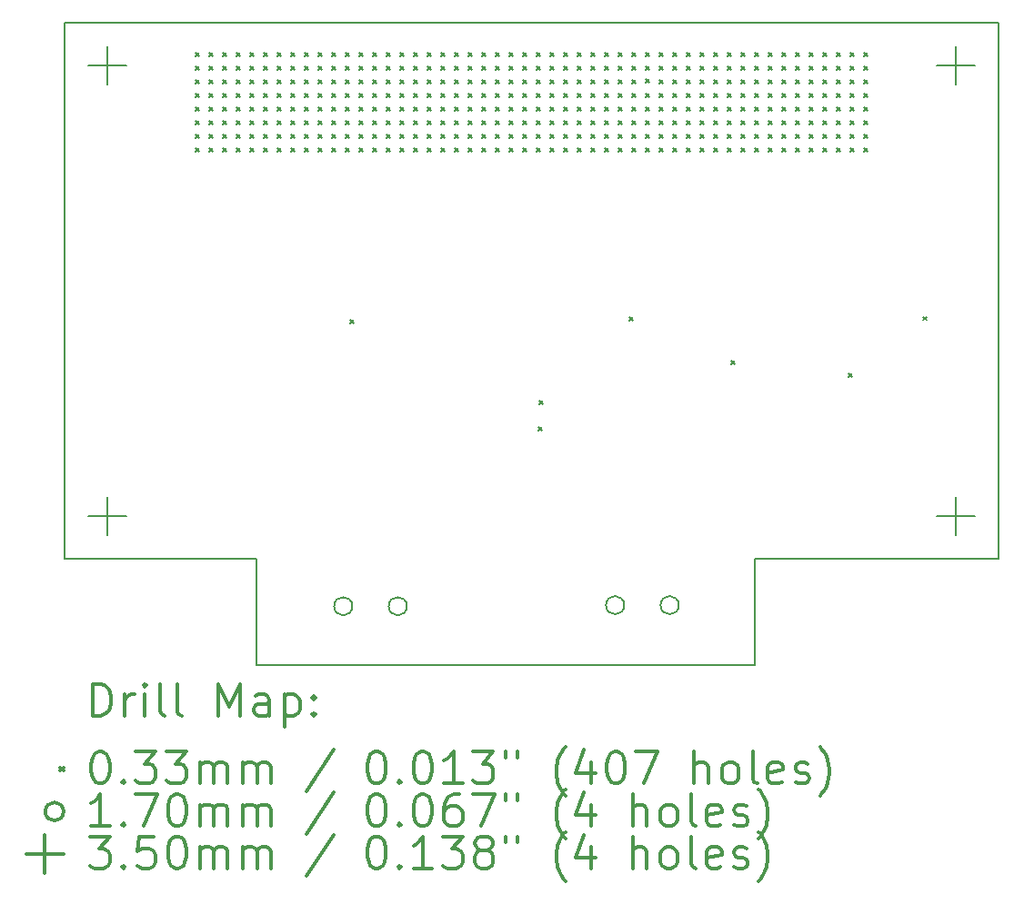
<source format=gbr>
%FSLAX45Y45*%
G04 Gerber Fmt 4.5, Leading zero omitted, Abs format (unit mm)*
G04 Created by KiCad (PCBNEW 4.0.7) date Fri Jan 12 23:49:57 2018*
%MOMM*%
%LPD*%
G01*
G04 APERTURE LIST*
%ADD10C,0.127000*%
%ADD11C,0.150000*%
%ADD12C,0.200000*%
%ADD13C,0.300000*%
G04 APERTURE END LIST*
D10*
D11*
X7435000Y-14260000D02*
X5650000Y-14260000D01*
X7435000Y-15250000D02*
X7435000Y-14260000D01*
X12075000Y-15250000D02*
X7435000Y-15250000D01*
X12075000Y-14260000D02*
X12075000Y-15250000D01*
X14350000Y-14260000D02*
X12075000Y-14260000D01*
X14350000Y-9260000D02*
X14350000Y-14260000D01*
X14349984Y-9260078D02*
X5649976Y-9260078D01*
X5650000Y-9260000D02*
X5650000Y-14260000D01*
D12*
X6871990Y-9538990D02*
X6905010Y-9572010D01*
X6905010Y-9538990D02*
X6871990Y-9572010D01*
X6871990Y-9665990D02*
X6905010Y-9699010D01*
X6905010Y-9665990D02*
X6871990Y-9699010D01*
X6871990Y-9792990D02*
X6905010Y-9826010D01*
X6905010Y-9792990D02*
X6871990Y-9826010D01*
X6871990Y-9919990D02*
X6905010Y-9953010D01*
X6905010Y-9919990D02*
X6871990Y-9953010D01*
X6871990Y-10046990D02*
X6905010Y-10080010D01*
X6905010Y-10046990D02*
X6871990Y-10080010D01*
X6871990Y-10173990D02*
X6905010Y-10207010D01*
X6905010Y-10173990D02*
X6871990Y-10207010D01*
X6871990Y-10300990D02*
X6905010Y-10334010D01*
X6905010Y-10300990D02*
X6871990Y-10334010D01*
X6871990Y-10427990D02*
X6905010Y-10461010D01*
X6905010Y-10427990D02*
X6871990Y-10461010D01*
X6998990Y-9538990D02*
X7032010Y-9572010D01*
X7032010Y-9538990D02*
X6998990Y-9572010D01*
X6998990Y-9665990D02*
X7032010Y-9699010D01*
X7032010Y-9665990D02*
X6998990Y-9699010D01*
X6998990Y-9792990D02*
X7032010Y-9826010D01*
X7032010Y-9792990D02*
X6998990Y-9826010D01*
X6998990Y-9919990D02*
X7032010Y-9953010D01*
X7032010Y-9919990D02*
X6998990Y-9953010D01*
X6998990Y-10046990D02*
X7032010Y-10080010D01*
X7032010Y-10046990D02*
X6998990Y-10080010D01*
X6998990Y-10173990D02*
X7032010Y-10207010D01*
X7032010Y-10173990D02*
X6998990Y-10207010D01*
X6998990Y-10300990D02*
X7032010Y-10334010D01*
X7032010Y-10300990D02*
X6998990Y-10334010D01*
X6998990Y-10427990D02*
X7032010Y-10461010D01*
X7032010Y-10427990D02*
X6998990Y-10461010D01*
X7125990Y-9538990D02*
X7159010Y-9572010D01*
X7159010Y-9538990D02*
X7125990Y-9572010D01*
X7125990Y-9665990D02*
X7159010Y-9699010D01*
X7159010Y-9665990D02*
X7125990Y-9699010D01*
X7125990Y-9792990D02*
X7159010Y-9826010D01*
X7159010Y-9792990D02*
X7125990Y-9826010D01*
X7125990Y-9919990D02*
X7159010Y-9953010D01*
X7159010Y-9919990D02*
X7125990Y-9953010D01*
X7125990Y-10046990D02*
X7159010Y-10080010D01*
X7159010Y-10046990D02*
X7125990Y-10080010D01*
X7125990Y-10173990D02*
X7159010Y-10207010D01*
X7159010Y-10173990D02*
X7125990Y-10207010D01*
X7125990Y-10300990D02*
X7159010Y-10334010D01*
X7159010Y-10300990D02*
X7125990Y-10334010D01*
X7125990Y-10427990D02*
X7159010Y-10461010D01*
X7159010Y-10427990D02*
X7125990Y-10461010D01*
X7252990Y-9538990D02*
X7286010Y-9572010D01*
X7286010Y-9538990D02*
X7252990Y-9572010D01*
X7252990Y-9665990D02*
X7286010Y-9699010D01*
X7286010Y-9665990D02*
X7252990Y-9699010D01*
X7252990Y-9792990D02*
X7286010Y-9826010D01*
X7286010Y-9792990D02*
X7252990Y-9826010D01*
X7252990Y-9919990D02*
X7286010Y-9953010D01*
X7286010Y-9919990D02*
X7252990Y-9953010D01*
X7252990Y-10046990D02*
X7286010Y-10080010D01*
X7286010Y-10046990D02*
X7252990Y-10080010D01*
X7252990Y-10173990D02*
X7286010Y-10207010D01*
X7286010Y-10173990D02*
X7252990Y-10207010D01*
X7252990Y-10300990D02*
X7286010Y-10334010D01*
X7286010Y-10300990D02*
X7252990Y-10334010D01*
X7252990Y-10427990D02*
X7286010Y-10461010D01*
X7286010Y-10427990D02*
X7252990Y-10461010D01*
X7379990Y-9538990D02*
X7413010Y-9572010D01*
X7413010Y-9538990D02*
X7379990Y-9572010D01*
X7379990Y-9665990D02*
X7413010Y-9699010D01*
X7413010Y-9665990D02*
X7379990Y-9699010D01*
X7379990Y-9792990D02*
X7413010Y-9826010D01*
X7413010Y-9792990D02*
X7379990Y-9826010D01*
X7379990Y-9919990D02*
X7413010Y-9953010D01*
X7413010Y-9919990D02*
X7379990Y-9953010D01*
X7379990Y-10046990D02*
X7413010Y-10080010D01*
X7413010Y-10046990D02*
X7379990Y-10080010D01*
X7379990Y-10173990D02*
X7413010Y-10207010D01*
X7413010Y-10173990D02*
X7379990Y-10207010D01*
X7379990Y-10300990D02*
X7413010Y-10334010D01*
X7413010Y-10300990D02*
X7379990Y-10334010D01*
X7379990Y-10427990D02*
X7413010Y-10461010D01*
X7413010Y-10427990D02*
X7379990Y-10461010D01*
X7506990Y-9538990D02*
X7540010Y-9572010D01*
X7540010Y-9538990D02*
X7506990Y-9572010D01*
X7506990Y-9665990D02*
X7540010Y-9699010D01*
X7540010Y-9665990D02*
X7506990Y-9699010D01*
X7506990Y-9792990D02*
X7540010Y-9826010D01*
X7540010Y-9792990D02*
X7506990Y-9826010D01*
X7506990Y-9919990D02*
X7540010Y-9953010D01*
X7540010Y-9919990D02*
X7506990Y-9953010D01*
X7506990Y-10046990D02*
X7540010Y-10080010D01*
X7540010Y-10046990D02*
X7506990Y-10080010D01*
X7506990Y-10173990D02*
X7540010Y-10207010D01*
X7540010Y-10173990D02*
X7506990Y-10207010D01*
X7506990Y-10300990D02*
X7540010Y-10334010D01*
X7540010Y-10300990D02*
X7506990Y-10334010D01*
X7506990Y-10427990D02*
X7540010Y-10461010D01*
X7540010Y-10427990D02*
X7506990Y-10461010D01*
X7633990Y-9538990D02*
X7667010Y-9572010D01*
X7667010Y-9538990D02*
X7633990Y-9572010D01*
X7633990Y-9665990D02*
X7667010Y-9699010D01*
X7667010Y-9665990D02*
X7633990Y-9699010D01*
X7633990Y-9792990D02*
X7667010Y-9826010D01*
X7667010Y-9792990D02*
X7633990Y-9826010D01*
X7633990Y-9919990D02*
X7667010Y-9953010D01*
X7667010Y-9919990D02*
X7633990Y-9953010D01*
X7633990Y-10046990D02*
X7667010Y-10080010D01*
X7667010Y-10046990D02*
X7633990Y-10080010D01*
X7633990Y-10173990D02*
X7667010Y-10207010D01*
X7667010Y-10173990D02*
X7633990Y-10207010D01*
X7633990Y-10300990D02*
X7667010Y-10334010D01*
X7667010Y-10300990D02*
X7633990Y-10334010D01*
X7633990Y-10427990D02*
X7667010Y-10461010D01*
X7667010Y-10427990D02*
X7633990Y-10461010D01*
X7760990Y-9538990D02*
X7794010Y-9572010D01*
X7794010Y-9538990D02*
X7760990Y-9572010D01*
X7760990Y-9665990D02*
X7794010Y-9699010D01*
X7794010Y-9665990D02*
X7760990Y-9699010D01*
X7760990Y-9792990D02*
X7794010Y-9826010D01*
X7794010Y-9792990D02*
X7760990Y-9826010D01*
X7760990Y-9919990D02*
X7794010Y-9953010D01*
X7794010Y-9919990D02*
X7760990Y-9953010D01*
X7760990Y-10046990D02*
X7794010Y-10080010D01*
X7794010Y-10046990D02*
X7760990Y-10080010D01*
X7760990Y-10173990D02*
X7794010Y-10207010D01*
X7794010Y-10173990D02*
X7760990Y-10207010D01*
X7760990Y-10300990D02*
X7794010Y-10334010D01*
X7794010Y-10300990D02*
X7760990Y-10334010D01*
X7760990Y-10427990D02*
X7794010Y-10461010D01*
X7794010Y-10427990D02*
X7760990Y-10461010D01*
X7887990Y-9538990D02*
X7921010Y-9572010D01*
X7921010Y-9538990D02*
X7887990Y-9572010D01*
X7887990Y-9665990D02*
X7921010Y-9699010D01*
X7921010Y-9665990D02*
X7887990Y-9699010D01*
X7887990Y-9792990D02*
X7921010Y-9826010D01*
X7921010Y-9792990D02*
X7887990Y-9826010D01*
X7887990Y-9919990D02*
X7921010Y-9953010D01*
X7921010Y-9919990D02*
X7887990Y-9953010D01*
X7887990Y-10046990D02*
X7921010Y-10080010D01*
X7921010Y-10046990D02*
X7887990Y-10080010D01*
X7887990Y-10173990D02*
X7921010Y-10207010D01*
X7921010Y-10173990D02*
X7887990Y-10207010D01*
X7887990Y-10300990D02*
X7921010Y-10334010D01*
X7921010Y-10300990D02*
X7887990Y-10334010D01*
X7887990Y-10427990D02*
X7921010Y-10461010D01*
X7921010Y-10427990D02*
X7887990Y-10461010D01*
X8014990Y-9538990D02*
X8048010Y-9572010D01*
X8048010Y-9538990D02*
X8014990Y-9572010D01*
X8014990Y-9665990D02*
X8048010Y-9699010D01*
X8048010Y-9665990D02*
X8014990Y-9699010D01*
X8014990Y-9792990D02*
X8048010Y-9826010D01*
X8048010Y-9792990D02*
X8014990Y-9826010D01*
X8014990Y-9919990D02*
X8048010Y-9953010D01*
X8048010Y-9919990D02*
X8014990Y-9953010D01*
X8014990Y-10046990D02*
X8048010Y-10080010D01*
X8048010Y-10046990D02*
X8014990Y-10080010D01*
X8014990Y-10173990D02*
X8048010Y-10207010D01*
X8048010Y-10173990D02*
X8014990Y-10207010D01*
X8014990Y-10300990D02*
X8048010Y-10334010D01*
X8048010Y-10300990D02*
X8014990Y-10334010D01*
X8014990Y-10427990D02*
X8048010Y-10461010D01*
X8048010Y-10427990D02*
X8014990Y-10461010D01*
X8141990Y-9538990D02*
X8175010Y-9572010D01*
X8175010Y-9538990D02*
X8141990Y-9572010D01*
X8141990Y-9665990D02*
X8175010Y-9699010D01*
X8175010Y-9665990D02*
X8141990Y-9699010D01*
X8141990Y-9792990D02*
X8175010Y-9826010D01*
X8175010Y-9792990D02*
X8141990Y-9826010D01*
X8141990Y-9919990D02*
X8175010Y-9953010D01*
X8175010Y-9919990D02*
X8141990Y-9953010D01*
X8141990Y-10046990D02*
X8175010Y-10080010D01*
X8175010Y-10046990D02*
X8141990Y-10080010D01*
X8141990Y-10173990D02*
X8175010Y-10207010D01*
X8175010Y-10173990D02*
X8141990Y-10207010D01*
X8141990Y-10300990D02*
X8175010Y-10334010D01*
X8175010Y-10300990D02*
X8141990Y-10334010D01*
X8141990Y-10427990D02*
X8175010Y-10461010D01*
X8175010Y-10427990D02*
X8141990Y-10461010D01*
X8268990Y-9538990D02*
X8302010Y-9572010D01*
X8302010Y-9538990D02*
X8268990Y-9572010D01*
X8268990Y-9665990D02*
X8302010Y-9699010D01*
X8302010Y-9665990D02*
X8268990Y-9699010D01*
X8268990Y-9792990D02*
X8302010Y-9826010D01*
X8302010Y-9792990D02*
X8268990Y-9826010D01*
X8268990Y-9919990D02*
X8302010Y-9953010D01*
X8302010Y-9919990D02*
X8268990Y-9953010D01*
X8268990Y-10046990D02*
X8302010Y-10080010D01*
X8302010Y-10046990D02*
X8268990Y-10080010D01*
X8268990Y-10173990D02*
X8302010Y-10207010D01*
X8302010Y-10173990D02*
X8268990Y-10207010D01*
X8268990Y-10300990D02*
X8302010Y-10334010D01*
X8302010Y-10300990D02*
X8268990Y-10334010D01*
X8268990Y-10427990D02*
X8302010Y-10461010D01*
X8302010Y-10427990D02*
X8268990Y-10461010D01*
X8308490Y-12033490D02*
X8341510Y-12066510D01*
X8341510Y-12033490D02*
X8308490Y-12066510D01*
X8395990Y-9538990D02*
X8429010Y-9572010D01*
X8429010Y-9538990D02*
X8395990Y-9572010D01*
X8395990Y-9665990D02*
X8429010Y-9699010D01*
X8429010Y-9665990D02*
X8395990Y-9699010D01*
X8395990Y-9792990D02*
X8429010Y-9826010D01*
X8429010Y-9792990D02*
X8395990Y-9826010D01*
X8395990Y-9919990D02*
X8429010Y-9953010D01*
X8429010Y-9919990D02*
X8395990Y-9953010D01*
X8395990Y-10046990D02*
X8429010Y-10080010D01*
X8429010Y-10046990D02*
X8395990Y-10080010D01*
X8395990Y-10173990D02*
X8429010Y-10207010D01*
X8429010Y-10173990D02*
X8395990Y-10207010D01*
X8395990Y-10300990D02*
X8429010Y-10334010D01*
X8429010Y-10300990D02*
X8395990Y-10334010D01*
X8395990Y-10427990D02*
X8429010Y-10461010D01*
X8429010Y-10427990D02*
X8395990Y-10461010D01*
X8522990Y-9538990D02*
X8556010Y-9572010D01*
X8556010Y-9538990D02*
X8522990Y-9572010D01*
X8522990Y-9665990D02*
X8556010Y-9699010D01*
X8556010Y-9665990D02*
X8522990Y-9699010D01*
X8522990Y-9792990D02*
X8556010Y-9826010D01*
X8556010Y-9792990D02*
X8522990Y-9826010D01*
X8522990Y-9919990D02*
X8556010Y-9953010D01*
X8556010Y-9919990D02*
X8522990Y-9953010D01*
X8522990Y-10046990D02*
X8556010Y-10080010D01*
X8556010Y-10046990D02*
X8522990Y-10080010D01*
X8522990Y-10173990D02*
X8556010Y-10207010D01*
X8556010Y-10173990D02*
X8522990Y-10207010D01*
X8522990Y-10300990D02*
X8556010Y-10334010D01*
X8556010Y-10300990D02*
X8522990Y-10334010D01*
X8522990Y-10427990D02*
X8556010Y-10461010D01*
X8556010Y-10427990D02*
X8522990Y-10461010D01*
X8649990Y-9538990D02*
X8683010Y-9572010D01*
X8683010Y-9538990D02*
X8649990Y-9572010D01*
X8649990Y-9665990D02*
X8683010Y-9699010D01*
X8683010Y-9665990D02*
X8649990Y-9699010D01*
X8649990Y-9792990D02*
X8683010Y-9826010D01*
X8683010Y-9792990D02*
X8649990Y-9826010D01*
X8649990Y-9919990D02*
X8683010Y-9953010D01*
X8683010Y-9919990D02*
X8649990Y-9953010D01*
X8649990Y-10046990D02*
X8683010Y-10080010D01*
X8683010Y-10046990D02*
X8649990Y-10080010D01*
X8649990Y-10173990D02*
X8683010Y-10207010D01*
X8683010Y-10173990D02*
X8649990Y-10207010D01*
X8649990Y-10300990D02*
X8683010Y-10334010D01*
X8683010Y-10300990D02*
X8649990Y-10334010D01*
X8649990Y-10427990D02*
X8683010Y-10461010D01*
X8683010Y-10427990D02*
X8649990Y-10461010D01*
X8776990Y-9538990D02*
X8810010Y-9572010D01*
X8810010Y-9538990D02*
X8776990Y-9572010D01*
X8776990Y-9665990D02*
X8810010Y-9699010D01*
X8810010Y-9665990D02*
X8776990Y-9699010D01*
X8776990Y-9792990D02*
X8810010Y-9826010D01*
X8810010Y-9792990D02*
X8776990Y-9826010D01*
X8776990Y-9919990D02*
X8810010Y-9953010D01*
X8810010Y-9919990D02*
X8776990Y-9953010D01*
X8776990Y-10046990D02*
X8810010Y-10080010D01*
X8810010Y-10046990D02*
X8776990Y-10080010D01*
X8776990Y-10173990D02*
X8810010Y-10207010D01*
X8810010Y-10173990D02*
X8776990Y-10207010D01*
X8776990Y-10300990D02*
X8810010Y-10334010D01*
X8810010Y-10300990D02*
X8776990Y-10334010D01*
X8776990Y-10427990D02*
X8810010Y-10461010D01*
X8810010Y-10427990D02*
X8776990Y-10461010D01*
X8903990Y-9538990D02*
X8937010Y-9572010D01*
X8937010Y-9538990D02*
X8903990Y-9572010D01*
X8903990Y-9665990D02*
X8937010Y-9699010D01*
X8937010Y-9665990D02*
X8903990Y-9699010D01*
X8903990Y-9792990D02*
X8937010Y-9826010D01*
X8937010Y-9792990D02*
X8903990Y-9826010D01*
X8903990Y-9919990D02*
X8937010Y-9953010D01*
X8937010Y-9919990D02*
X8903990Y-9953010D01*
X8903990Y-10046990D02*
X8937010Y-10080010D01*
X8937010Y-10046990D02*
X8903990Y-10080010D01*
X8903990Y-10173990D02*
X8937010Y-10207010D01*
X8937010Y-10173990D02*
X8903990Y-10207010D01*
X8903990Y-10300990D02*
X8937010Y-10334010D01*
X8937010Y-10300990D02*
X8903990Y-10334010D01*
X8903990Y-10427990D02*
X8937010Y-10461010D01*
X8937010Y-10427990D02*
X8903990Y-10461010D01*
X9030990Y-9538990D02*
X9064010Y-9572010D01*
X9064010Y-9538990D02*
X9030990Y-9572010D01*
X9030990Y-9665990D02*
X9064010Y-9699010D01*
X9064010Y-9665990D02*
X9030990Y-9699010D01*
X9030990Y-9792990D02*
X9064010Y-9826010D01*
X9064010Y-9792990D02*
X9030990Y-9826010D01*
X9030990Y-9919990D02*
X9064010Y-9953010D01*
X9064010Y-9919990D02*
X9030990Y-9953010D01*
X9030990Y-10046990D02*
X9064010Y-10080010D01*
X9064010Y-10046990D02*
X9030990Y-10080010D01*
X9030990Y-10173990D02*
X9064010Y-10207010D01*
X9064010Y-10173990D02*
X9030990Y-10207010D01*
X9030990Y-10300990D02*
X9064010Y-10334010D01*
X9064010Y-10300990D02*
X9030990Y-10334010D01*
X9030990Y-10427990D02*
X9064010Y-10461010D01*
X9064010Y-10427990D02*
X9030990Y-10461010D01*
X9157990Y-9538990D02*
X9191010Y-9572010D01*
X9191010Y-9538990D02*
X9157990Y-9572010D01*
X9157990Y-9665990D02*
X9191010Y-9699010D01*
X9191010Y-9665990D02*
X9157990Y-9699010D01*
X9157990Y-9792990D02*
X9191010Y-9826010D01*
X9191010Y-9792990D02*
X9157990Y-9826010D01*
X9157990Y-9919990D02*
X9191010Y-9953010D01*
X9191010Y-9919990D02*
X9157990Y-9953010D01*
X9157990Y-10046990D02*
X9191010Y-10080010D01*
X9191010Y-10046990D02*
X9157990Y-10080010D01*
X9157990Y-10173990D02*
X9191010Y-10207010D01*
X9191010Y-10173990D02*
X9157990Y-10207010D01*
X9157990Y-10300990D02*
X9191010Y-10334010D01*
X9191010Y-10300990D02*
X9157990Y-10334010D01*
X9157990Y-10427990D02*
X9191010Y-10461010D01*
X9191010Y-10427990D02*
X9157990Y-10461010D01*
X9284990Y-9538990D02*
X9318010Y-9572010D01*
X9318010Y-9538990D02*
X9284990Y-9572010D01*
X9284990Y-9665990D02*
X9318010Y-9699010D01*
X9318010Y-9665990D02*
X9284990Y-9699010D01*
X9284990Y-9792990D02*
X9318010Y-9826010D01*
X9318010Y-9792990D02*
X9284990Y-9826010D01*
X9284990Y-9919990D02*
X9318010Y-9953010D01*
X9318010Y-9919990D02*
X9284990Y-9953010D01*
X9284990Y-10046990D02*
X9318010Y-10080010D01*
X9318010Y-10046990D02*
X9284990Y-10080010D01*
X9284990Y-10173990D02*
X9318010Y-10207010D01*
X9318010Y-10173990D02*
X9284990Y-10207010D01*
X9284990Y-10300990D02*
X9318010Y-10334010D01*
X9318010Y-10300990D02*
X9284990Y-10334010D01*
X9284990Y-10427990D02*
X9318010Y-10461010D01*
X9318010Y-10427990D02*
X9284990Y-10461010D01*
X9411990Y-9538990D02*
X9445010Y-9572010D01*
X9445010Y-9538990D02*
X9411990Y-9572010D01*
X9411990Y-9665990D02*
X9445010Y-9699010D01*
X9445010Y-9665990D02*
X9411990Y-9699010D01*
X9411990Y-9792990D02*
X9445010Y-9826010D01*
X9445010Y-9792990D02*
X9411990Y-9826010D01*
X9411990Y-9919990D02*
X9445010Y-9953010D01*
X9445010Y-9919990D02*
X9411990Y-9953010D01*
X9411990Y-10046990D02*
X9445010Y-10080010D01*
X9445010Y-10046990D02*
X9411990Y-10080010D01*
X9411990Y-10173990D02*
X9445010Y-10207010D01*
X9445010Y-10173990D02*
X9411990Y-10207010D01*
X9411990Y-10300990D02*
X9445010Y-10334010D01*
X9445010Y-10300990D02*
X9411990Y-10334010D01*
X9411990Y-10427990D02*
X9445010Y-10461010D01*
X9445010Y-10427990D02*
X9411990Y-10461010D01*
X9538990Y-9538990D02*
X9572010Y-9572010D01*
X9572010Y-9538990D02*
X9538990Y-9572010D01*
X9538990Y-9665990D02*
X9572010Y-9699010D01*
X9572010Y-9665990D02*
X9538990Y-9699010D01*
X9538990Y-9792990D02*
X9572010Y-9826010D01*
X9572010Y-9792990D02*
X9538990Y-9826010D01*
X9538990Y-9919990D02*
X9572010Y-9953010D01*
X9572010Y-9919990D02*
X9538990Y-9953010D01*
X9538990Y-10046990D02*
X9572010Y-10080010D01*
X9572010Y-10046990D02*
X9538990Y-10080010D01*
X9538990Y-10173990D02*
X9572010Y-10207010D01*
X9572010Y-10173990D02*
X9538990Y-10207010D01*
X9538990Y-10300990D02*
X9572010Y-10334010D01*
X9572010Y-10300990D02*
X9538990Y-10334010D01*
X9538990Y-10427990D02*
X9572010Y-10461010D01*
X9572010Y-10427990D02*
X9538990Y-10461010D01*
X9665990Y-9538990D02*
X9699010Y-9572010D01*
X9699010Y-9538990D02*
X9665990Y-9572010D01*
X9665990Y-9665990D02*
X9699010Y-9699010D01*
X9699010Y-9665990D02*
X9665990Y-9699010D01*
X9665990Y-9792990D02*
X9699010Y-9826010D01*
X9699010Y-9792990D02*
X9665990Y-9826010D01*
X9665990Y-9919990D02*
X9699010Y-9953010D01*
X9699010Y-9919990D02*
X9665990Y-9953010D01*
X9665990Y-10046990D02*
X9699010Y-10080010D01*
X9699010Y-10046990D02*
X9665990Y-10080010D01*
X9665990Y-10173990D02*
X9699010Y-10207010D01*
X9699010Y-10173990D02*
X9665990Y-10207010D01*
X9665990Y-10300990D02*
X9699010Y-10334010D01*
X9699010Y-10300990D02*
X9665990Y-10334010D01*
X9665990Y-10427990D02*
X9699010Y-10461010D01*
X9699010Y-10427990D02*
X9665990Y-10461010D01*
X9792990Y-9538990D02*
X9826010Y-9572010D01*
X9826010Y-9538990D02*
X9792990Y-9572010D01*
X9792990Y-9665990D02*
X9826010Y-9699010D01*
X9826010Y-9665990D02*
X9792990Y-9699010D01*
X9792990Y-9792990D02*
X9826010Y-9826010D01*
X9826010Y-9792990D02*
X9792990Y-9826010D01*
X9792990Y-9919990D02*
X9826010Y-9953010D01*
X9826010Y-9919990D02*
X9792990Y-9953010D01*
X9792990Y-10046990D02*
X9826010Y-10080010D01*
X9826010Y-10046990D02*
X9792990Y-10080010D01*
X9792990Y-10173990D02*
X9826010Y-10207010D01*
X9826010Y-10173990D02*
X9792990Y-10207010D01*
X9792990Y-10300990D02*
X9826010Y-10334010D01*
X9826010Y-10300990D02*
X9792990Y-10334010D01*
X9792990Y-10427990D02*
X9826010Y-10461010D01*
X9826010Y-10427990D02*
X9792990Y-10461010D01*
X9919990Y-9538990D02*
X9953010Y-9572010D01*
X9953010Y-9538990D02*
X9919990Y-9572010D01*
X9919990Y-9665990D02*
X9953010Y-9699010D01*
X9953010Y-9665990D02*
X9919990Y-9699010D01*
X9919990Y-9792990D02*
X9953010Y-9826010D01*
X9953010Y-9792990D02*
X9919990Y-9826010D01*
X9919990Y-9919990D02*
X9953010Y-9953010D01*
X9953010Y-9919990D02*
X9919990Y-9953010D01*
X9919990Y-10046990D02*
X9953010Y-10080010D01*
X9953010Y-10046990D02*
X9919990Y-10080010D01*
X9919990Y-10173990D02*
X9953010Y-10207010D01*
X9953010Y-10173990D02*
X9919990Y-10207010D01*
X9919990Y-10300990D02*
X9953010Y-10334010D01*
X9953010Y-10300990D02*
X9919990Y-10334010D01*
X9919990Y-10427990D02*
X9953010Y-10461010D01*
X9953010Y-10427990D02*
X9919990Y-10461010D01*
X10046990Y-9538990D02*
X10080010Y-9572010D01*
X10080010Y-9538990D02*
X10046990Y-9572010D01*
X10046990Y-9665990D02*
X10080010Y-9699010D01*
X10080010Y-9665990D02*
X10046990Y-9699010D01*
X10046990Y-9792990D02*
X10080010Y-9826010D01*
X10080010Y-9792990D02*
X10046990Y-9826010D01*
X10046990Y-9919990D02*
X10080010Y-9953010D01*
X10080010Y-9919990D02*
X10046990Y-9953010D01*
X10046990Y-10046990D02*
X10080010Y-10080010D01*
X10080010Y-10046990D02*
X10046990Y-10080010D01*
X10046990Y-10173990D02*
X10080010Y-10207010D01*
X10080010Y-10173990D02*
X10046990Y-10207010D01*
X10046990Y-10300990D02*
X10080010Y-10334010D01*
X10080010Y-10300990D02*
X10046990Y-10334010D01*
X10046990Y-10427990D02*
X10080010Y-10461010D01*
X10080010Y-10427990D02*
X10046990Y-10461010D01*
X10063490Y-13028490D02*
X10096510Y-13061510D01*
X10096510Y-13028490D02*
X10063490Y-13061510D01*
X10068490Y-12788490D02*
X10101510Y-12821510D01*
X10101510Y-12788490D02*
X10068490Y-12821510D01*
X10173990Y-9538990D02*
X10207010Y-9572010D01*
X10207010Y-9538990D02*
X10173990Y-9572010D01*
X10173990Y-9665990D02*
X10207010Y-9699010D01*
X10207010Y-9665990D02*
X10173990Y-9699010D01*
X10173990Y-9792990D02*
X10207010Y-9826010D01*
X10207010Y-9792990D02*
X10173990Y-9826010D01*
X10173990Y-9919990D02*
X10207010Y-9953010D01*
X10207010Y-9919990D02*
X10173990Y-9953010D01*
X10173990Y-10046990D02*
X10207010Y-10080010D01*
X10207010Y-10046990D02*
X10173990Y-10080010D01*
X10173990Y-10173990D02*
X10207010Y-10207010D01*
X10207010Y-10173990D02*
X10173990Y-10207010D01*
X10173990Y-10300990D02*
X10207010Y-10334010D01*
X10207010Y-10300990D02*
X10173990Y-10334010D01*
X10173990Y-10427990D02*
X10207010Y-10461010D01*
X10207010Y-10427990D02*
X10173990Y-10461010D01*
X10300990Y-9538990D02*
X10334010Y-9572010D01*
X10334010Y-9538990D02*
X10300990Y-9572010D01*
X10300990Y-9665990D02*
X10334010Y-9699010D01*
X10334010Y-9665990D02*
X10300990Y-9699010D01*
X10300990Y-9792990D02*
X10334010Y-9826010D01*
X10334010Y-9792990D02*
X10300990Y-9826010D01*
X10300990Y-9919990D02*
X10334010Y-9953010D01*
X10334010Y-9919990D02*
X10300990Y-9953010D01*
X10300990Y-10046990D02*
X10334010Y-10080010D01*
X10334010Y-10046990D02*
X10300990Y-10080010D01*
X10300990Y-10173990D02*
X10334010Y-10207010D01*
X10334010Y-10173990D02*
X10300990Y-10207010D01*
X10300990Y-10300990D02*
X10334010Y-10334010D01*
X10334010Y-10300990D02*
X10300990Y-10334010D01*
X10300990Y-10427990D02*
X10334010Y-10461010D01*
X10334010Y-10427990D02*
X10300990Y-10461010D01*
X10427990Y-9538990D02*
X10461010Y-9572010D01*
X10461010Y-9538990D02*
X10427990Y-9572010D01*
X10427990Y-9665990D02*
X10461010Y-9699010D01*
X10461010Y-9665990D02*
X10427990Y-9699010D01*
X10427990Y-9792990D02*
X10461010Y-9826010D01*
X10461010Y-9792990D02*
X10427990Y-9826010D01*
X10427990Y-9919990D02*
X10461010Y-9953010D01*
X10461010Y-9919990D02*
X10427990Y-9953010D01*
X10427990Y-10046990D02*
X10461010Y-10080010D01*
X10461010Y-10046990D02*
X10427990Y-10080010D01*
X10427990Y-10173990D02*
X10461010Y-10207010D01*
X10461010Y-10173990D02*
X10427990Y-10207010D01*
X10427990Y-10300990D02*
X10461010Y-10334010D01*
X10461010Y-10300990D02*
X10427990Y-10334010D01*
X10427990Y-10427990D02*
X10461010Y-10461010D01*
X10461010Y-10427990D02*
X10427990Y-10461010D01*
X10554990Y-9538990D02*
X10588010Y-9572010D01*
X10588010Y-9538990D02*
X10554990Y-9572010D01*
X10554990Y-9665990D02*
X10588010Y-9699010D01*
X10588010Y-9665990D02*
X10554990Y-9699010D01*
X10554990Y-9792990D02*
X10588010Y-9826010D01*
X10588010Y-9792990D02*
X10554990Y-9826010D01*
X10554990Y-9919990D02*
X10588010Y-9953010D01*
X10588010Y-9919990D02*
X10554990Y-9953010D01*
X10554990Y-10046990D02*
X10588010Y-10080010D01*
X10588010Y-10046990D02*
X10554990Y-10080010D01*
X10554990Y-10173990D02*
X10588010Y-10207010D01*
X10588010Y-10173990D02*
X10554990Y-10207010D01*
X10554990Y-10300990D02*
X10588010Y-10334010D01*
X10588010Y-10300990D02*
X10554990Y-10334010D01*
X10554990Y-10427990D02*
X10588010Y-10461010D01*
X10588010Y-10427990D02*
X10554990Y-10461010D01*
X10679699Y-10046990D02*
X10712719Y-10080010D01*
X10712719Y-10046990D02*
X10679699Y-10080010D01*
X10679699Y-10173990D02*
X10712719Y-10207010D01*
X10712719Y-10173990D02*
X10679699Y-10207010D01*
X10679699Y-10300990D02*
X10712719Y-10334010D01*
X10712719Y-10300990D02*
X10679699Y-10334010D01*
X10679699Y-10427990D02*
X10712719Y-10461010D01*
X10712719Y-10427990D02*
X10679699Y-10461010D01*
X10681990Y-9538990D02*
X10715010Y-9572010D01*
X10715010Y-9538990D02*
X10681990Y-9572010D01*
X10681990Y-9665990D02*
X10715010Y-9699010D01*
X10715010Y-9665990D02*
X10681990Y-9699010D01*
X10681990Y-9792990D02*
X10715010Y-9826010D01*
X10715010Y-9792990D02*
X10681990Y-9826010D01*
X10681990Y-9919990D02*
X10715010Y-9953010D01*
X10715010Y-9919990D02*
X10681990Y-9953010D01*
X10806699Y-10046990D02*
X10839719Y-10080010D01*
X10839719Y-10046990D02*
X10806699Y-10080010D01*
X10808990Y-9538990D02*
X10842010Y-9572010D01*
X10842010Y-9538990D02*
X10808990Y-9572010D01*
X10808990Y-9665990D02*
X10842010Y-9699010D01*
X10842010Y-9665990D02*
X10808990Y-9699010D01*
X10808990Y-9792990D02*
X10842010Y-9826010D01*
X10842010Y-9792990D02*
X10808990Y-9826010D01*
X10808990Y-9919990D02*
X10842010Y-9953010D01*
X10842010Y-9919990D02*
X10808990Y-9953010D01*
X10810721Y-10173990D02*
X10843741Y-10207010D01*
X10843741Y-10173990D02*
X10810721Y-10207010D01*
X10810721Y-10300990D02*
X10843741Y-10334010D01*
X10843741Y-10300990D02*
X10810721Y-10334010D01*
X10810721Y-10427990D02*
X10843741Y-10461010D01*
X10843741Y-10427990D02*
X10810721Y-10461010D01*
X10913490Y-12003490D02*
X10946510Y-12036510D01*
X10946510Y-12003490D02*
X10913490Y-12036510D01*
X10935990Y-9538990D02*
X10969010Y-9572010D01*
X10969010Y-9538990D02*
X10935990Y-9572010D01*
X10935990Y-9665990D02*
X10969010Y-9699010D01*
X10969010Y-9665990D02*
X10935990Y-9699010D01*
X10935990Y-9792990D02*
X10969010Y-9826010D01*
X10969010Y-9792990D02*
X10935990Y-9826010D01*
X10935990Y-9919990D02*
X10969010Y-9953010D01*
X10969010Y-9919990D02*
X10935990Y-9953010D01*
X10935990Y-10046990D02*
X10969010Y-10080010D01*
X10969010Y-10046990D02*
X10935990Y-10080010D01*
X10935990Y-10173990D02*
X10969010Y-10207010D01*
X10969010Y-10173990D02*
X10935990Y-10207010D01*
X10935990Y-10300990D02*
X10969010Y-10334010D01*
X10969010Y-10300990D02*
X10935990Y-10334010D01*
X10935990Y-10427990D02*
X10969010Y-10461010D01*
X10969010Y-10427990D02*
X10935990Y-10461010D01*
X11061259Y-9920032D02*
X11094279Y-9953052D01*
X11094279Y-9920032D02*
X11061259Y-9953052D01*
X11061259Y-10047674D02*
X11094279Y-10080694D01*
X11094279Y-10047674D02*
X11061259Y-10080694D01*
X11061259Y-10174503D02*
X11094279Y-10207523D01*
X11094279Y-10174503D02*
X11061259Y-10207523D01*
X11061259Y-10301394D02*
X11094279Y-10334414D01*
X11094279Y-10301394D02*
X11061259Y-10334414D01*
X11061259Y-10428663D02*
X11094279Y-10461683D01*
X11094279Y-10428663D02*
X11061259Y-10461683D01*
X11062990Y-9538990D02*
X11096010Y-9572010D01*
X11096010Y-9538990D02*
X11062990Y-9572010D01*
X11062990Y-9665990D02*
X11096010Y-9699010D01*
X11096010Y-9665990D02*
X11062990Y-9699010D01*
X11062990Y-9790699D02*
X11096010Y-9823719D01*
X11096010Y-9790699D02*
X11062990Y-9823719D01*
X11189990Y-9538990D02*
X11223010Y-9572010D01*
X11223010Y-9538990D02*
X11189990Y-9572010D01*
X11189990Y-9665990D02*
X11223010Y-9699010D01*
X11223010Y-9665990D02*
X11189990Y-9699010D01*
X11189990Y-9792990D02*
X11223010Y-9826010D01*
X11223010Y-9792990D02*
X11189990Y-9826010D01*
X11192281Y-9919990D02*
X11225301Y-9953010D01*
X11225301Y-9919990D02*
X11192281Y-9953010D01*
X11192281Y-10046990D02*
X11225301Y-10080010D01*
X11225301Y-10046990D02*
X11192281Y-10080010D01*
X11192281Y-10173990D02*
X11225301Y-10207010D01*
X11225301Y-10173990D02*
X11192281Y-10207010D01*
X11192281Y-10300990D02*
X11225301Y-10334010D01*
X11225301Y-10300990D02*
X11192281Y-10334010D01*
X11192281Y-10427990D02*
X11225301Y-10461010D01*
X11225301Y-10427990D02*
X11192281Y-10461010D01*
X11316990Y-9538990D02*
X11350010Y-9572010D01*
X11350010Y-9538990D02*
X11316990Y-9572010D01*
X11316990Y-9665990D02*
X11350010Y-9699010D01*
X11350010Y-9665990D02*
X11316990Y-9699010D01*
X11316990Y-9792990D02*
X11350010Y-9826010D01*
X11350010Y-9792990D02*
X11316990Y-9826010D01*
X11316990Y-9919990D02*
X11350010Y-9953010D01*
X11350010Y-9919990D02*
X11316990Y-9953010D01*
X11316990Y-10046990D02*
X11350010Y-10080010D01*
X11350010Y-10046990D02*
X11316990Y-10080010D01*
X11316990Y-10173990D02*
X11350010Y-10207010D01*
X11350010Y-10173990D02*
X11316990Y-10207010D01*
X11316990Y-10300990D02*
X11350010Y-10334010D01*
X11350010Y-10300990D02*
X11316990Y-10334010D01*
X11316990Y-10427990D02*
X11350010Y-10461010D01*
X11350010Y-10427990D02*
X11316990Y-10461010D01*
X11443990Y-9538990D02*
X11477010Y-9572010D01*
X11477010Y-9538990D02*
X11443990Y-9572010D01*
X11443990Y-9665990D02*
X11477010Y-9699010D01*
X11477010Y-9665990D02*
X11443990Y-9699010D01*
X11443990Y-9792990D02*
X11477010Y-9826010D01*
X11477010Y-9792990D02*
X11443990Y-9826010D01*
X11443990Y-9919990D02*
X11477010Y-9953010D01*
X11477010Y-9919990D02*
X11443990Y-9953010D01*
X11443990Y-10046990D02*
X11477010Y-10080010D01*
X11477010Y-10046990D02*
X11443990Y-10080010D01*
X11443990Y-10173990D02*
X11477010Y-10207010D01*
X11477010Y-10173990D02*
X11443990Y-10207010D01*
X11443990Y-10300990D02*
X11477010Y-10334010D01*
X11477010Y-10300990D02*
X11443990Y-10334010D01*
X11443990Y-10427990D02*
X11477010Y-10461010D01*
X11477010Y-10427990D02*
X11443990Y-10461010D01*
X11570990Y-9538990D02*
X11604010Y-9572010D01*
X11604010Y-9538990D02*
X11570990Y-9572010D01*
X11570990Y-9665990D02*
X11604010Y-9699010D01*
X11604010Y-9665990D02*
X11570990Y-9699010D01*
X11570990Y-9792990D02*
X11604010Y-9826010D01*
X11604010Y-9792990D02*
X11570990Y-9826010D01*
X11570990Y-9919990D02*
X11604010Y-9953010D01*
X11604010Y-9919990D02*
X11570990Y-9953010D01*
X11570990Y-10046990D02*
X11604010Y-10080010D01*
X11604010Y-10046990D02*
X11570990Y-10080010D01*
X11570990Y-10173990D02*
X11604010Y-10207010D01*
X11604010Y-10173990D02*
X11570990Y-10207010D01*
X11570990Y-10300990D02*
X11604010Y-10334010D01*
X11604010Y-10300990D02*
X11570990Y-10334010D01*
X11570990Y-10427990D02*
X11604010Y-10461010D01*
X11604010Y-10427990D02*
X11570990Y-10461010D01*
X11697990Y-9538990D02*
X11731010Y-9572010D01*
X11731010Y-9538990D02*
X11697990Y-9572010D01*
X11697990Y-9665990D02*
X11731010Y-9699010D01*
X11731010Y-9665990D02*
X11697990Y-9699010D01*
X11697990Y-9792990D02*
X11731010Y-9826010D01*
X11731010Y-9792990D02*
X11697990Y-9826010D01*
X11697990Y-9919990D02*
X11731010Y-9953010D01*
X11731010Y-9919990D02*
X11697990Y-9953010D01*
X11697990Y-10046990D02*
X11731010Y-10080010D01*
X11731010Y-10046990D02*
X11697990Y-10080010D01*
X11697990Y-10173990D02*
X11731010Y-10207010D01*
X11731010Y-10173990D02*
X11697990Y-10207010D01*
X11697990Y-10300990D02*
X11731010Y-10334010D01*
X11731010Y-10300990D02*
X11697990Y-10334010D01*
X11697990Y-10427990D02*
X11731010Y-10461010D01*
X11731010Y-10427990D02*
X11697990Y-10461010D01*
X11824990Y-9538990D02*
X11858010Y-9572010D01*
X11858010Y-9538990D02*
X11824990Y-9572010D01*
X11824990Y-9665990D02*
X11858010Y-9699010D01*
X11858010Y-9665990D02*
X11824990Y-9699010D01*
X11824990Y-9792990D02*
X11858010Y-9826010D01*
X11858010Y-9792990D02*
X11824990Y-9826010D01*
X11824990Y-9919990D02*
X11858010Y-9953010D01*
X11858010Y-9919990D02*
X11824990Y-9953010D01*
X11824990Y-10046990D02*
X11858010Y-10080010D01*
X11858010Y-10046990D02*
X11824990Y-10080010D01*
X11824990Y-10173990D02*
X11858010Y-10207010D01*
X11858010Y-10173990D02*
X11824990Y-10207010D01*
X11824990Y-10300990D02*
X11858010Y-10334010D01*
X11858010Y-10300990D02*
X11824990Y-10334010D01*
X11824990Y-10427990D02*
X11858010Y-10461010D01*
X11858010Y-10427990D02*
X11824990Y-10461010D01*
X11858490Y-12413490D02*
X11891510Y-12446510D01*
X11891510Y-12413490D02*
X11858490Y-12446510D01*
X11951990Y-9538990D02*
X11985010Y-9572010D01*
X11985010Y-9538990D02*
X11951990Y-9572010D01*
X11951990Y-9665990D02*
X11985010Y-9699010D01*
X11985010Y-9665990D02*
X11951990Y-9699010D01*
X11951990Y-9792990D02*
X11985010Y-9826010D01*
X11985010Y-9792990D02*
X11951990Y-9826010D01*
X11951990Y-9919990D02*
X11985010Y-9953010D01*
X11985010Y-9919990D02*
X11951990Y-9953010D01*
X11951990Y-10046990D02*
X11985010Y-10080010D01*
X11985010Y-10046990D02*
X11951990Y-10080010D01*
X11951990Y-10173990D02*
X11985010Y-10207010D01*
X11985010Y-10173990D02*
X11951990Y-10207010D01*
X11951990Y-10300990D02*
X11985010Y-10334010D01*
X11985010Y-10300990D02*
X11951990Y-10334010D01*
X11951990Y-10427990D02*
X11985010Y-10461010D01*
X11985010Y-10427990D02*
X11951990Y-10461010D01*
X12078990Y-9538990D02*
X12112010Y-9572010D01*
X12112010Y-9538990D02*
X12078990Y-9572010D01*
X12078990Y-9665990D02*
X12112010Y-9699010D01*
X12112010Y-9665990D02*
X12078990Y-9699010D01*
X12078990Y-9792990D02*
X12112010Y-9826010D01*
X12112010Y-9792990D02*
X12078990Y-9826010D01*
X12078990Y-9919990D02*
X12112010Y-9953010D01*
X12112010Y-9919990D02*
X12078990Y-9953010D01*
X12078990Y-10046990D02*
X12112010Y-10080010D01*
X12112010Y-10046990D02*
X12078990Y-10080010D01*
X12078990Y-10173990D02*
X12112010Y-10207010D01*
X12112010Y-10173990D02*
X12078990Y-10207010D01*
X12078990Y-10300990D02*
X12112010Y-10334010D01*
X12112010Y-10300990D02*
X12078990Y-10334010D01*
X12078990Y-10427990D02*
X12112010Y-10461010D01*
X12112010Y-10427990D02*
X12078990Y-10461010D01*
X12205990Y-9538990D02*
X12239010Y-9572010D01*
X12239010Y-9538990D02*
X12205990Y-9572010D01*
X12205990Y-9665990D02*
X12239010Y-9699010D01*
X12239010Y-9665990D02*
X12205990Y-9699010D01*
X12205990Y-9792990D02*
X12239010Y-9826010D01*
X12239010Y-9792990D02*
X12205990Y-9826010D01*
X12205990Y-9919990D02*
X12239010Y-9953010D01*
X12239010Y-9919990D02*
X12205990Y-9953010D01*
X12205990Y-10046990D02*
X12239010Y-10080010D01*
X12239010Y-10046990D02*
X12205990Y-10080010D01*
X12205990Y-10173990D02*
X12239010Y-10207010D01*
X12239010Y-10173990D02*
X12205990Y-10207010D01*
X12205990Y-10300990D02*
X12239010Y-10334010D01*
X12239010Y-10300990D02*
X12205990Y-10334010D01*
X12205990Y-10427990D02*
X12239010Y-10461010D01*
X12239010Y-10427990D02*
X12205990Y-10461010D01*
X12332990Y-9538990D02*
X12366010Y-9572010D01*
X12366010Y-9538990D02*
X12332990Y-9572010D01*
X12332990Y-9665990D02*
X12366010Y-9699010D01*
X12366010Y-9665990D02*
X12332990Y-9699010D01*
X12332990Y-9792990D02*
X12366010Y-9826010D01*
X12366010Y-9792990D02*
X12332990Y-9826010D01*
X12332990Y-9919990D02*
X12366010Y-9953010D01*
X12366010Y-9919990D02*
X12332990Y-9953010D01*
X12332990Y-10046990D02*
X12366010Y-10080010D01*
X12366010Y-10046990D02*
X12332990Y-10080010D01*
X12332990Y-10173990D02*
X12366010Y-10207010D01*
X12366010Y-10173990D02*
X12332990Y-10207010D01*
X12332990Y-10300990D02*
X12366010Y-10334010D01*
X12366010Y-10300990D02*
X12332990Y-10334010D01*
X12332990Y-10427990D02*
X12366010Y-10461010D01*
X12366010Y-10427990D02*
X12332990Y-10461010D01*
X12459990Y-9538990D02*
X12493010Y-9572010D01*
X12493010Y-9538990D02*
X12459990Y-9572010D01*
X12459990Y-9665990D02*
X12493010Y-9699010D01*
X12493010Y-9665990D02*
X12459990Y-9699010D01*
X12459990Y-9792990D02*
X12493010Y-9826010D01*
X12493010Y-9792990D02*
X12459990Y-9826010D01*
X12459990Y-9919990D02*
X12493010Y-9953010D01*
X12493010Y-9919990D02*
X12459990Y-9953010D01*
X12459990Y-10046990D02*
X12493010Y-10080010D01*
X12493010Y-10046990D02*
X12459990Y-10080010D01*
X12459990Y-10173990D02*
X12493010Y-10207010D01*
X12493010Y-10173990D02*
X12459990Y-10207010D01*
X12459990Y-10300990D02*
X12493010Y-10334010D01*
X12493010Y-10300990D02*
X12459990Y-10334010D01*
X12459990Y-10427990D02*
X12493010Y-10461010D01*
X12493010Y-10427990D02*
X12459990Y-10461010D01*
X12586990Y-9538990D02*
X12620010Y-9572010D01*
X12620010Y-9538990D02*
X12586990Y-9572010D01*
X12586990Y-9665990D02*
X12620010Y-9699010D01*
X12620010Y-9665990D02*
X12586990Y-9699010D01*
X12586990Y-9792990D02*
X12620010Y-9826010D01*
X12620010Y-9792990D02*
X12586990Y-9826010D01*
X12586990Y-9919990D02*
X12620010Y-9953010D01*
X12620010Y-9919990D02*
X12586990Y-9953010D01*
X12586990Y-10046990D02*
X12620010Y-10080010D01*
X12620010Y-10046990D02*
X12586990Y-10080010D01*
X12586990Y-10173990D02*
X12620010Y-10207010D01*
X12620010Y-10173990D02*
X12586990Y-10207010D01*
X12586990Y-10300990D02*
X12620010Y-10334010D01*
X12620010Y-10300990D02*
X12586990Y-10334010D01*
X12586990Y-10427990D02*
X12620010Y-10461010D01*
X12620010Y-10427990D02*
X12586990Y-10461010D01*
X12713990Y-9538990D02*
X12747010Y-9572010D01*
X12747010Y-9538990D02*
X12713990Y-9572010D01*
X12713990Y-9665990D02*
X12747010Y-9699010D01*
X12747010Y-9665990D02*
X12713990Y-9699010D01*
X12713990Y-9792990D02*
X12747010Y-9826010D01*
X12747010Y-9792990D02*
X12713990Y-9826010D01*
X12713990Y-9919990D02*
X12747010Y-9953010D01*
X12747010Y-9919990D02*
X12713990Y-9953010D01*
X12713990Y-10046990D02*
X12747010Y-10080010D01*
X12747010Y-10046990D02*
X12713990Y-10080010D01*
X12713990Y-10173990D02*
X12747010Y-10207010D01*
X12747010Y-10173990D02*
X12713990Y-10207010D01*
X12713990Y-10300990D02*
X12747010Y-10334010D01*
X12747010Y-10300990D02*
X12713990Y-10334010D01*
X12713990Y-10427990D02*
X12747010Y-10461010D01*
X12747010Y-10427990D02*
X12713990Y-10461010D01*
X12840990Y-9538990D02*
X12874010Y-9572010D01*
X12874010Y-9538990D02*
X12840990Y-9572010D01*
X12840990Y-9665990D02*
X12874010Y-9699010D01*
X12874010Y-9665990D02*
X12840990Y-9699010D01*
X12840990Y-9792990D02*
X12874010Y-9826010D01*
X12874010Y-9792990D02*
X12840990Y-9826010D01*
X12840990Y-9919990D02*
X12874010Y-9953010D01*
X12874010Y-9919990D02*
X12840990Y-9953010D01*
X12840990Y-10046990D02*
X12874010Y-10080010D01*
X12874010Y-10046990D02*
X12840990Y-10080010D01*
X12840990Y-10173990D02*
X12874010Y-10207010D01*
X12874010Y-10173990D02*
X12840990Y-10207010D01*
X12840990Y-10300990D02*
X12874010Y-10334010D01*
X12874010Y-10300990D02*
X12840990Y-10334010D01*
X12840990Y-10427990D02*
X12874010Y-10461010D01*
X12874010Y-10427990D02*
X12840990Y-10461010D01*
X12953490Y-12528490D02*
X12986510Y-12561510D01*
X12986510Y-12528490D02*
X12953490Y-12561510D01*
X12967990Y-9538990D02*
X13001010Y-9572010D01*
X13001010Y-9538990D02*
X12967990Y-9572010D01*
X12967990Y-9665990D02*
X13001010Y-9699010D01*
X13001010Y-9665990D02*
X12967990Y-9699010D01*
X12967990Y-9792990D02*
X13001010Y-9826010D01*
X13001010Y-9792990D02*
X12967990Y-9826010D01*
X12967990Y-9919990D02*
X13001010Y-9953010D01*
X13001010Y-9919990D02*
X12967990Y-9953010D01*
X12967990Y-10046990D02*
X13001010Y-10080010D01*
X13001010Y-10046990D02*
X12967990Y-10080010D01*
X12967990Y-10173990D02*
X13001010Y-10207010D01*
X13001010Y-10173990D02*
X12967990Y-10207010D01*
X12967990Y-10300990D02*
X13001010Y-10334010D01*
X13001010Y-10300990D02*
X12967990Y-10334010D01*
X12967990Y-10427990D02*
X13001010Y-10461010D01*
X13001010Y-10427990D02*
X12967990Y-10461010D01*
X13094990Y-9538990D02*
X13128010Y-9572010D01*
X13128010Y-9538990D02*
X13094990Y-9572010D01*
X13094990Y-9665990D02*
X13128010Y-9699010D01*
X13128010Y-9665990D02*
X13094990Y-9699010D01*
X13094990Y-9792990D02*
X13128010Y-9826010D01*
X13128010Y-9792990D02*
X13094990Y-9826010D01*
X13094990Y-9919990D02*
X13128010Y-9953010D01*
X13128010Y-9919990D02*
X13094990Y-9953010D01*
X13094990Y-10046990D02*
X13128010Y-10080010D01*
X13128010Y-10046990D02*
X13094990Y-10080010D01*
X13094990Y-10173990D02*
X13128010Y-10207010D01*
X13128010Y-10173990D02*
X13094990Y-10207010D01*
X13094990Y-10300990D02*
X13128010Y-10334010D01*
X13128010Y-10300990D02*
X13094990Y-10334010D01*
X13094990Y-10427990D02*
X13128010Y-10461010D01*
X13128010Y-10427990D02*
X13094990Y-10461010D01*
X13648114Y-12002008D02*
X13681134Y-12035028D01*
X13681134Y-12002008D02*
X13648114Y-12035028D01*
X8331000Y-14700000D02*
G75*
G03X8331000Y-14700000I-85000J0D01*
G01*
X8839000Y-14700000D02*
G75*
G03X8839000Y-14700000I-85000J0D01*
G01*
X10862000Y-14690000D02*
G75*
G03X10862000Y-14690000I-85000J0D01*
G01*
X11370000Y-14690000D02*
G75*
G03X11370000Y-14690000I-85000J0D01*
G01*
X6050000Y-9485000D02*
X6050000Y-9835000D01*
X5875000Y-9660000D02*
X6225000Y-9660000D01*
X6050000Y-13685000D02*
X6050000Y-14035000D01*
X5875000Y-13860000D02*
X6225000Y-13860000D01*
X13950000Y-9485000D02*
X13950000Y-9835000D01*
X13775000Y-9660000D02*
X14125000Y-9660000D01*
X13950000Y-13685000D02*
X13950000Y-14035000D01*
X13775000Y-13860000D02*
X14125000Y-13860000D01*
D13*
X5913904Y-15723214D02*
X5913904Y-15423214D01*
X5985333Y-15423214D01*
X6028190Y-15437500D01*
X6056762Y-15466071D01*
X6071047Y-15494643D01*
X6085333Y-15551786D01*
X6085333Y-15594643D01*
X6071047Y-15651786D01*
X6056762Y-15680357D01*
X6028190Y-15708929D01*
X5985333Y-15723214D01*
X5913904Y-15723214D01*
X6213904Y-15723214D02*
X6213904Y-15523214D01*
X6213904Y-15580357D02*
X6228190Y-15551786D01*
X6242476Y-15537500D01*
X6271047Y-15523214D01*
X6299619Y-15523214D01*
X6399619Y-15723214D02*
X6399619Y-15523214D01*
X6399619Y-15423214D02*
X6385333Y-15437500D01*
X6399619Y-15451786D01*
X6413904Y-15437500D01*
X6399619Y-15423214D01*
X6399619Y-15451786D01*
X6585333Y-15723214D02*
X6556762Y-15708929D01*
X6542476Y-15680357D01*
X6542476Y-15423214D01*
X6742476Y-15723214D02*
X6713904Y-15708929D01*
X6699619Y-15680357D01*
X6699619Y-15423214D01*
X7085333Y-15723214D02*
X7085333Y-15423214D01*
X7185333Y-15637500D01*
X7285333Y-15423214D01*
X7285333Y-15723214D01*
X7556762Y-15723214D02*
X7556762Y-15566071D01*
X7542476Y-15537500D01*
X7513904Y-15523214D01*
X7456762Y-15523214D01*
X7428190Y-15537500D01*
X7556762Y-15708929D02*
X7528190Y-15723214D01*
X7456762Y-15723214D01*
X7428190Y-15708929D01*
X7413904Y-15680357D01*
X7413904Y-15651786D01*
X7428190Y-15623214D01*
X7456762Y-15608929D01*
X7528190Y-15608929D01*
X7556762Y-15594643D01*
X7699619Y-15523214D02*
X7699619Y-15823214D01*
X7699619Y-15537500D02*
X7728190Y-15523214D01*
X7785333Y-15523214D01*
X7813904Y-15537500D01*
X7828190Y-15551786D01*
X7842476Y-15580357D01*
X7842476Y-15666071D01*
X7828190Y-15694643D01*
X7813904Y-15708929D01*
X7785333Y-15723214D01*
X7728190Y-15723214D01*
X7699619Y-15708929D01*
X7971047Y-15694643D02*
X7985333Y-15708929D01*
X7971047Y-15723214D01*
X7956762Y-15708929D01*
X7971047Y-15694643D01*
X7971047Y-15723214D01*
X7971047Y-15537500D02*
X7985333Y-15551786D01*
X7971047Y-15566071D01*
X7956762Y-15551786D01*
X7971047Y-15537500D01*
X7971047Y-15566071D01*
X5609456Y-16200990D02*
X5642476Y-16234010D01*
X5642476Y-16200990D02*
X5609456Y-16234010D01*
X5971047Y-16053214D02*
X5999619Y-16053214D01*
X6028190Y-16067500D01*
X6042476Y-16081786D01*
X6056762Y-16110357D01*
X6071047Y-16167500D01*
X6071047Y-16238929D01*
X6056762Y-16296071D01*
X6042476Y-16324643D01*
X6028190Y-16338929D01*
X5999619Y-16353214D01*
X5971047Y-16353214D01*
X5942476Y-16338929D01*
X5928190Y-16324643D01*
X5913904Y-16296071D01*
X5899619Y-16238929D01*
X5899619Y-16167500D01*
X5913904Y-16110357D01*
X5928190Y-16081786D01*
X5942476Y-16067500D01*
X5971047Y-16053214D01*
X6199619Y-16324643D02*
X6213904Y-16338929D01*
X6199619Y-16353214D01*
X6185333Y-16338929D01*
X6199619Y-16324643D01*
X6199619Y-16353214D01*
X6313904Y-16053214D02*
X6499619Y-16053214D01*
X6399619Y-16167500D01*
X6442476Y-16167500D01*
X6471047Y-16181786D01*
X6485333Y-16196071D01*
X6499619Y-16224643D01*
X6499619Y-16296071D01*
X6485333Y-16324643D01*
X6471047Y-16338929D01*
X6442476Y-16353214D01*
X6356762Y-16353214D01*
X6328190Y-16338929D01*
X6313904Y-16324643D01*
X6599619Y-16053214D02*
X6785333Y-16053214D01*
X6685333Y-16167500D01*
X6728190Y-16167500D01*
X6756762Y-16181786D01*
X6771047Y-16196071D01*
X6785333Y-16224643D01*
X6785333Y-16296071D01*
X6771047Y-16324643D01*
X6756762Y-16338929D01*
X6728190Y-16353214D01*
X6642476Y-16353214D01*
X6613904Y-16338929D01*
X6599619Y-16324643D01*
X6913904Y-16353214D02*
X6913904Y-16153214D01*
X6913904Y-16181786D02*
X6928190Y-16167500D01*
X6956762Y-16153214D01*
X6999619Y-16153214D01*
X7028190Y-16167500D01*
X7042476Y-16196071D01*
X7042476Y-16353214D01*
X7042476Y-16196071D02*
X7056762Y-16167500D01*
X7085333Y-16153214D01*
X7128190Y-16153214D01*
X7156762Y-16167500D01*
X7171047Y-16196071D01*
X7171047Y-16353214D01*
X7313904Y-16353214D02*
X7313904Y-16153214D01*
X7313904Y-16181786D02*
X7328190Y-16167500D01*
X7356762Y-16153214D01*
X7399619Y-16153214D01*
X7428190Y-16167500D01*
X7442476Y-16196071D01*
X7442476Y-16353214D01*
X7442476Y-16196071D02*
X7456762Y-16167500D01*
X7485333Y-16153214D01*
X7528190Y-16153214D01*
X7556762Y-16167500D01*
X7571047Y-16196071D01*
X7571047Y-16353214D01*
X8156762Y-16038929D02*
X7899619Y-16424643D01*
X8542476Y-16053214D02*
X8571047Y-16053214D01*
X8599619Y-16067500D01*
X8613904Y-16081786D01*
X8628190Y-16110357D01*
X8642476Y-16167500D01*
X8642476Y-16238929D01*
X8628190Y-16296071D01*
X8613904Y-16324643D01*
X8599619Y-16338929D01*
X8571047Y-16353214D01*
X8542476Y-16353214D01*
X8513904Y-16338929D01*
X8499619Y-16324643D01*
X8485333Y-16296071D01*
X8471047Y-16238929D01*
X8471047Y-16167500D01*
X8485333Y-16110357D01*
X8499619Y-16081786D01*
X8513904Y-16067500D01*
X8542476Y-16053214D01*
X8771047Y-16324643D02*
X8785333Y-16338929D01*
X8771047Y-16353214D01*
X8756762Y-16338929D01*
X8771047Y-16324643D01*
X8771047Y-16353214D01*
X8971047Y-16053214D02*
X8999619Y-16053214D01*
X9028190Y-16067500D01*
X9042476Y-16081786D01*
X9056762Y-16110357D01*
X9071047Y-16167500D01*
X9071047Y-16238929D01*
X9056762Y-16296071D01*
X9042476Y-16324643D01*
X9028190Y-16338929D01*
X8999619Y-16353214D01*
X8971047Y-16353214D01*
X8942476Y-16338929D01*
X8928190Y-16324643D01*
X8913904Y-16296071D01*
X8899619Y-16238929D01*
X8899619Y-16167500D01*
X8913904Y-16110357D01*
X8928190Y-16081786D01*
X8942476Y-16067500D01*
X8971047Y-16053214D01*
X9356762Y-16353214D02*
X9185333Y-16353214D01*
X9271047Y-16353214D02*
X9271047Y-16053214D01*
X9242476Y-16096071D01*
X9213904Y-16124643D01*
X9185333Y-16138929D01*
X9456762Y-16053214D02*
X9642476Y-16053214D01*
X9542476Y-16167500D01*
X9585333Y-16167500D01*
X9613904Y-16181786D01*
X9628190Y-16196071D01*
X9642476Y-16224643D01*
X9642476Y-16296071D01*
X9628190Y-16324643D01*
X9613904Y-16338929D01*
X9585333Y-16353214D01*
X9499619Y-16353214D01*
X9471047Y-16338929D01*
X9456762Y-16324643D01*
X9756762Y-16053214D02*
X9756762Y-16110357D01*
X9871047Y-16053214D02*
X9871047Y-16110357D01*
X10313904Y-16467500D02*
X10299619Y-16453214D01*
X10271047Y-16410357D01*
X10256762Y-16381786D01*
X10242476Y-16338929D01*
X10228190Y-16267500D01*
X10228190Y-16210357D01*
X10242476Y-16138929D01*
X10256762Y-16096071D01*
X10271047Y-16067500D01*
X10299619Y-16024643D01*
X10313904Y-16010357D01*
X10556762Y-16153214D02*
X10556762Y-16353214D01*
X10485333Y-16038929D02*
X10413904Y-16253214D01*
X10599619Y-16253214D01*
X10771047Y-16053214D02*
X10799619Y-16053214D01*
X10828190Y-16067500D01*
X10842476Y-16081786D01*
X10856762Y-16110357D01*
X10871047Y-16167500D01*
X10871047Y-16238929D01*
X10856762Y-16296071D01*
X10842476Y-16324643D01*
X10828190Y-16338929D01*
X10799619Y-16353214D01*
X10771047Y-16353214D01*
X10742476Y-16338929D01*
X10728190Y-16324643D01*
X10713904Y-16296071D01*
X10699619Y-16238929D01*
X10699619Y-16167500D01*
X10713904Y-16110357D01*
X10728190Y-16081786D01*
X10742476Y-16067500D01*
X10771047Y-16053214D01*
X10971047Y-16053214D02*
X11171047Y-16053214D01*
X11042476Y-16353214D01*
X11513904Y-16353214D02*
X11513904Y-16053214D01*
X11642476Y-16353214D02*
X11642476Y-16196071D01*
X11628190Y-16167500D01*
X11599619Y-16153214D01*
X11556761Y-16153214D01*
X11528190Y-16167500D01*
X11513904Y-16181786D01*
X11828190Y-16353214D02*
X11799619Y-16338929D01*
X11785333Y-16324643D01*
X11771047Y-16296071D01*
X11771047Y-16210357D01*
X11785333Y-16181786D01*
X11799619Y-16167500D01*
X11828190Y-16153214D01*
X11871047Y-16153214D01*
X11899619Y-16167500D01*
X11913904Y-16181786D01*
X11928190Y-16210357D01*
X11928190Y-16296071D01*
X11913904Y-16324643D01*
X11899619Y-16338929D01*
X11871047Y-16353214D01*
X11828190Y-16353214D01*
X12099619Y-16353214D02*
X12071047Y-16338929D01*
X12056762Y-16310357D01*
X12056762Y-16053214D01*
X12328190Y-16338929D02*
X12299619Y-16353214D01*
X12242476Y-16353214D01*
X12213904Y-16338929D01*
X12199619Y-16310357D01*
X12199619Y-16196071D01*
X12213904Y-16167500D01*
X12242476Y-16153214D01*
X12299619Y-16153214D01*
X12328190Y-16167500D01*
X12342476Y-16196071D01*
X12342476Y-16224643D01*
X12199619Y-16253214D01*
X12456762Y-16338929D02*
X12485333Y-16353214D01*
X12542476Y-16353214D01*
X12571047Y-16338929D01*
X12585333Y-16310357D01*
X12585333Y-16296071D01*
X12571047Y-16267500D01*
X12542476Y-16253214D01*
X12499619Y-16253214D01*
X12471047Y-16238929D01*
X12456762Y-16210357D01*
X12456762Y-16196071D01*
X12471047Y-16167500D01*
X12499619Y-16153214D01*
X12542476Y-16153214D01*
X12571047Y-16167500D01*
X12685333Y-16467500D02*
X12699619Y-16453214D01*
X12728190Y-16410357D01*
X12742476Y-16381786D01*
X12756762Y-16338929D01*
X12771047Y-16267500D01*
X12771047Y-16210357D01*
X12756762Y-16138929D01*
X12742476Y-16096071D01*
X12728190Y-16067500D01*
X12699619Y-16024643D01*
X12685333Y-16010357D01*
X5642476Y-16613500D02*
G75*
G03X5642476Y-16613500I-85000J0D01*
G01*
X6071047Y-16749214D02*
X5899619Y-16749214D01*
X5985333Y-16749214D02*
X5985333Y-16449214D01*
X5956762Y-16492071D01*
X5928190Y-16520643D01*
X5899619Y-16534929D01*
X6199619Y-16720643D02*
X6213904Y-16734929D01*
X6199619Y-16749214D01*
X6185333Y-16734929D01*
X6199619Y-16720643D01*
X6199619Y-16749214D01*
X6313904Y-16449214D02*
X6513904Y-16449214D01*
X6385333Y-16749214D01*
X6685333Y-16449214D02*
X6713904Y-16449214D01*
X6742476Y-16463500D01*
X6756762Y-16477786D01*
X6771047Y-16506357D01*
X6785333Y-16563500D01*
X6785333Y-16634929D01*
X6771047Y-16692071D01*
X6756762Y-16720643D01*
X6742476Y-16734929D01*
X6713904Y-16749214D01*
X6685333Y-16749214D01*
X6656762Y-16734929D01*
X6642476Y-16720643D01*
X6628190Y-16692071D01*
X6613904Y-16634929D01*
X6613904Y-16563500D01*
X6628190Y-16506357D01*
X6642476Y-16477786D01*
X6656762Y-16463500D01*
X6685333Y-16449214D01*
X6913904Y-16749214D02*
X6913904Y-16549214D01*
X6913904Y-16577786D02*
X6928190Y-16563500D01*
X6956762Y-16549214D01*
X6999619Y-16549214D01*
X7028190Y-16563500D01*
X7042476Y-16592071D01*
X7042476Y-16749214D01*
X7042476Y-16592071D02*
X7056762Y-16563500D01*
X7085333Y-16549214D01*
X7128190Y-16549214D01*
X7156762Y-16563500D01*
X7171047Y-16592071D01*
X7171047Y-16749214D01*
X7313904Y-16749214D02*
X7313904Y-16549214D01*
X7313904Y-16577786D02*
X7328190Y-16563500D01*
X7356762Y-16549214D01*
X7399619Y-16549214D01*
X7428190Y-16563500D01*
X7442476Y-16592071D01*
X7442476Y-16749214D01*
X7442476Y-16592071D02*
X7456762Y-16563500D01*
X7485333Y-16549214D01*
X7528190Y-16549214D01*
X7556762Y-16563500D01*
X7571047Y-16592071D01*
X7571047Y-16749214D01*
X8156762Y-16434929D02*
X7899619Y-16820643D01*
X8542476Y-16449214D02*
X8571047Y-16449214D01*
X8599619Y-16463500D01*
X8613904Y-16477786D01*
X8628190Y-16506357D01*
X8642476Y-16563500D01*
X8642476Y-16634929D01*
X8628190Y-16692071D01*
X8613904Y-16720643D01*
X8599619Y-16734929D01*
X8571047Y-16749214D01*
X8542476Y-16749214D01*
X8513904Y-16734929D01*
X8499619Y-16720643D01*
X8485333Y-16692071D01*
X8471047Y-16634929D01*
X8471047Y-16563500D01*
X8485333Y-16506357D01*
X8499619Y-16477786D01*
X8513904Y-16463500D01*
X8542476Y-16449214D01*
X8771047Y-16720643D02*
X8785333Y-16734929D01*
X8771047Y-16749214D01*
X8756762Y-16734929D01*
X8771047Y-16720643D01*
X8771047Y-16749214D01*
X8971047Y-16449214D02*
X8999619Y-16449214D01*
X9028190Y-16463500D01*
X9042476Y-16477786D01*
X9056762Y-16506357D01*
X9071047Y-16563500D01*
X9071047Y-16634929D01*
X9056762Y-16692071D01*
X9042476Y-16720643D01*
X9028190Y-16734929D01*
X8999619Y-16749214D01*
X8971047Y-16749214D01*
X8942476Y-16734929D01*
X8928190Y-16720643D01*
X8913904Y-16692071D01*
X8899619Y-16634929D01*
X8899619Y-16563500D01*
X8913904Y-16506357D01*
X8928190Y-16477786D01*
X8942476Y-16463500D01*
X8971047Y-16449214D01*
X9328190Y-16449214D02*
X9271047Y-16449214D01*
X9242476Y-16463500D01*
X9228190Y-16477786D01*
X9199619Y-16520643D01*
X9185333Y-16577786D01*
X9185333Y-16692071D01*
X9199619Y-16720643D01*
X9213904Y-16734929D01*
X9242476Y-16749214D01*
X9299619Y-16749214D01*
X9328190Y-16734929D01*
X9342476Y-16720643D01*
X9356762Y-16692071D01*
X9356762Y-16620643D01*
X9342476Y-16592071D01*
X9328190Y-16577786D01*
X9299619Y-16563500D01*
X9242476Y-16563500D01*
X9213904Y-16577786D01*
X9199619Y-16592071D01*
X9185333Y-16620643D01*
X9456762Y-16449214D02*
X9656762Y-16449214D01*
X9528190Y-16749214D01*
X9756762Y-16449214D02*
X9756762Y-16506357D01*
X9871047Y-16449214D02*
X9871047Y-16506357D01*
X10313904Y-16863500D02*
X10299619Y-16849214D01*
X10271047Y-16806357D01*
X10256762Y-16777786D01*
X10242476Y-16734929D01*
X10228190Y-16663500D01*
X10228190Y-16606357D01*
X10242476Y-16534929D01*
X10256762Y-16492071D01*
X10271047Y-16463500D01*
X10299619Y-16420643D01*
X10313904Y-16406357D01*
X10556762Y-16549214D02*
X10556762Y-16749214D01*
X10485333Y-16434929D02*
X10413904Y-16649214D01*
X10599619Y-16649214D01*
X10942476Y-16749214D02*
X10942476Y-16449214D01*
X11071047Y-16749214D02*
X11071047Y-16592071D01*
X11056762Y-16563500D01*
X11028190Y-16549214D01*
X10985333Y-16549214D01*
X10956762Y-16563500D01*
X10942476Y-16577786D01*
X11256761Y-16749214D02*
X11228190Y-16734929D01*
X11213904Y-16720643D01*
X11199619Y-16692071D01*
X11199619Y-16606357D01*
X11213904Y-16577786D01*
X11228190Y-16563500D01*
X11256761Y-16549214D01*
X11299619Y-16549214D01*
X11328190Y-16563500D01*
X11342476Y-16577786D01*
X11356761Y-16606357D01*
X11356761Y-16692071D01*
X11342476Y-16720643D01*
X11328190Y-16734929D01*
X11299619Y-16749214D01*
X11256761Y-16749214D01*
X11528190Y-16749214D02*
X11499619Y-16734929D01*
X11485333Y-16706357D01*
X11485333Y-16449214D01*
X11756762Y-16734929D02*
X11728190Y-16749214D01*
X11671047Y-16749214D01*
X11642476Y-16734929D01*
X11628190Y-16706357D01*
X11628190Y-16592071D01*
X11642476Y-16563500D01*
X11671047Y-16549214D01*
X11728190Y-16549214D01*
X11756762Y-16563500D01*
X11771047Y-16592071D01*
X11771047Y-16620643D01*
X11628190Y-16649214D01*
X11885333Y-16734929D02*
X11913904Y-16749214D01*
X11971047Y-16749214D01*
X11999619Y-16734929D01*
X12013904Y-16706357D01*
X12013904Y-16692071D01*
X11999619Y-16663500D01*
X11971047Y-16649214D01*
X11928190Y-16649214D01*
X11899619Y-16634929D01*
X11885333Y-16606357D01*
X11885333Y-16592071D01*
X11899619Y-16563500D01*
X11928190Y-16549214D01*
X11971047Y-16549214D01*
X11999619Y-16563500D01*
X12113904Y-16863500D02*
X12128190Y-16849214D01*
X12156762Y-16806357D01*
X12171047Y-16777786D01*
X12185333Y-16734929D01*
X12199619Y-16663500D01*
X12199619Y-16606357D01*
X12185333Y-16534929D01*
X12171047Y-16492071D01*
X12156762Y-16463500D01*
X12128190Y-16420643D01*
X12113904Y-16406357D01*
X5467476Y-16834500D02*
X5467476Y-17184500D01*
X5292476Y-17009500D02*
X5642476Y-17009500D01*
X5885333Y-16845214D02*
X6071047Y-16845214D01*
X5971047Y-16959500D01*
X6013904Y-16959500D01*
X6042476Y-16973786D01*
X6056762Y-16988072D01*
X6071047Y-17016643D01*
X6071047Y-17088072D01*
X6056762Y-17116643D01*
X6042476Y-17130929D01*
X6013904Y-17145214D01*
X5928190Y-17145214D01*
X5899619Y-17130929D01*
X5885333Y-17116643D01*
X6199619Y-17116643D02*
X6213904Y-17130929D01*
X6199619Y-17145214D01*
X6185333Y-17130929D01*
X6199619Y-17116643D01*
X6199619Y-17145214D01*
X6485333Y-16845214D02*
X6342476Y-16845214D01*
X6328190Y-16988072D01*
X6342476Y-16973786D01*
X6371047Y-16959500D01*
X6442476Y-16959500D01*
X6471047Y-16973786D01*
X6485333Y-16988072D01*
X6499619Y-17016643D01*
X6499619Y-17088072D01*
X6485333Y-17116643D01*
X6471047Y-17130929D01*
X6442476Y-17145214D01*
X6371047Y-17145214D01*
X6342476Y-17130929D01*
X6328190Y-17116643D01*
X6685333Y-16845214D02*
X6713904Y-16845214D01*
X6742476Y-16859500D01*
X6756762Y-16873786D01*
X6771047Y-16902357D01*
X6785333Y-16959500D01*
X6785333Y-17030929D01*
X6771047Y-17088072D01*
X6756762Y-17116643D01*
X6742476Y-17130929D01*
X6713904Y-17145214D01*
X6685333Y-17145214D01*
X6656762Y-17130929D01*
X6642476Y-17116643D01*
X6628190Y-17088072D01*
X6613904Y-17030929D01*
X6613904Y-16959500D01*
X6628190Y-16902357D01*
X6642476Y-16873786D01*
X6656762Y-16859500D01*
X6685333Y-16845214D01*
X6913904Y-17145214D02*
X6913904Y-16945214D01*
X6913904Y-16973786D02*
X6928190Y-16959500D01*
X6956762Y-16945214D01*
X6999619Y-16945214D01*
X7028190Y-16959500D01*
X7042476Y-16988072D01*
X7042476Y-17145214D01*
X7042476Y-16988072D02*
X7056762Y-16959500D01*
X7085333Y-16945214D01*
X7128190Y-16945214D01*
X7156762Y-16959500D01*
X7171047Y-16988072D01*
X7171047Y-17145214D01*
X7313904Y-17145214D02*
X7313904Y-16945214D01*
X7313904Y-16973786D02*
X7328190Y-16959500D01*
X7356762Y-16945214D01*
X7399619Y-16945214D01*
X7428190Y-16959500D01*
X7442476Y-16988072D01*
X7442476Y-17145214D01*
X7442476Y-16988072D02*
X7456762Y-16959500D01*
X7485333Y-16945214D01*
X7528190Y-16945214D01*
X7556762Y-16959500D01*
X7571047Y-16988072D01*
X7571047Y-17145214D01*
X8156762Y-16830929D02*
X7899619Y-17216643D01*
X8542476Y-16845214D02*
X8571047Y-16845214D01*
X8599619Y-16859500D01*
X8613904Y-16873786D01*
X8628190Y-16902357D01*
X8642476Y-16959500D01*
X8642476Y-17030929D01*
X8628190Y-17088072D01*
X8613904Y-17116643D01*
X8599619Y-17130929D01*
X8571047Y-17145214D01*
X8542476Y-17145214D01*
X8513904Y-17130929D01*
X8499619Y-17116643D01*
X8485333Y-17088072D01*
X8471047Y-17030929D01*
X8471047Y-16959500D01*
X8485333Y-16902357D01*
X8499619Y-16873786D01*
X8513904Y-16859500D01*
X8542476Y-16845214D01*
X8771047Y-17116643D02*
X8785333Y-17130929D01*
X8771047Y-17145214D01*
X8756762Y-17130929D01*
X8771047Y-17116643D01*
X8771047Y-17145214D01*
X9071047Y-17145214D02*
X8899619Y-17145214D01*
X8985333Y-17145214D02*
X8985333Y-16845214D01*
X8956762Y-16888072D01*
X8928190Y-16916643D01*
X8899619Y-16930929D01*
X9171047Y-16845214D02*
X9356762Y-16845214D01*
X9256762Y-16959500D01*
X9299619Y-16959500D01*
X9328190Y-16973786D01*
X9342476Y-16988072D01*
X9356762Y-17016643D01*
X9356762Y-17088072D01*
X9342476Y-17116643D01*
X9328190Y-17130929D01*
X9299619Y-17145214D01*
X9213904Y-17145214D01*
X9185333Y-17130929D01*
X9171047Y-17116643D01*
X9528190Y-16973786D02*
X9499619Y-16959500D01*
X9485333Y-16945214D01*
X9471047Y-16916643D01*
X9471047Y-16902357D01*
X9485333Y-16873786D01*
X9499619Y-16859500D01*
X9528190Y-16845214D01*
X9585333Y-16845214D01*
X9613904Y-16859500D01*
X9628190Y-16873786D01*
X9642476Y-16902357D01*
X9642476Y-16916643D01*
X9628190Y-16945214D01*
X9613904Y-16959500D01*
X9585333Y-16973786D01*
X9528190Y-16973786D01*
X9499619Y-16988072D01*
X9485333Y-17002357D01*
X9471047Y-17030929D01*
X9471047Y-17088072D01*
X9485333Y-17116643D01*
X9499619Y-17130929D01*
X9528190Y-17145214D01*
X9585333Y-17145214D01*
X9613904Y-17130929D01*
X9628190Y-17116643D01*
X9642476Y-17088072D01*
X9642476Y-17030929D01*
X9628190Y-17002357D01*
X9613904Y-16988072D01*
X9585333Y-16973786D01*
X9756762Y-16845214D02*
X9756762Y-16902357D01*
X9871047Y-16845214D02*
X9871047Y-16902357D01*
X10313904Y-17259500D02*
X10299619Y-17245214D01*
X10271047Y-17202357D01*
X10256762Y-17173786D01*
X10242476Y-17130929D01*
X10228190Y-17059500D01*
X10228190Y-17002357D01*
X10242476Y-16930929D01*
X10256762Y-16888072D01*
X10271047Y-16859500D01*
X10299619Y-16816643D01*
X10313904Y-16802357D01*
X10556762Y-16945214D02*
X10556762Y-17145214D01*
X10485333Y-16830929D02*
X10413904Y-17045214D01*
X10599619Y-17045214D01*
X10942476Y-17145214D02*
X10942476Y-16845214D01*
X11071047Y-17145214D02*
X11071047Y-16988072D01*
X11056762Y-16959500D01*
X11028190Y-16945214D01*
X10985333Y-16945214D01*
X10956762Y-16959500D01*
X10942476Y-16973786D01*
X11256761Y-17145214D02*
X11228190Y-17130929D01*
X11213904Y-17116643D01*
X11199619Y-17088072D01*
X11199619Y-17002357D01*
X11213904Y-16973786D01*
X11228190Y-16959500D01*
X11256761Y-16945214D01*
X11299619Y-16945214D01*
X11328190Y-16959500D01*
X11342476Y-16973786D01*
X11356761Y-17002357D01*
X11356761Y-17088072D01*
X11342476Y-17116643D01*
X11328190Y-17130929D01*
X11299619Y-17145214D01*
X11256761Y-17145214D01*
X11528190Y-17145214D02*
X11499619Y-17130929D01*
X11485333Y-17102357D01*
X11485333Y-16845214D01*
X11756762Y-17130929D02*
X11728190Y-17145214D01*
X11671047Y-17145214D01*
X11642476Y-17130929D01*
X11628190Y-17102357D01*
X11628190Y-16988072D01*
X11642476Y-16959500D01*
X11671047Y-16945214D01*
X11728190Y-16945214D01*
X11756762Y-16959500D01*
X11771047Y-16988072D01*
X11771047Y-17016643D01*
X11628190Y-17045214D01*
X11885333Y-17130929D02*
X11913904Y-17145214D01*
X11971047Y-17145214D01*
X11999619Y-17130929D01*
X12013904Y-17102357D01*
X12013904Y-17088072D01*
X11999619Y-17059500D01*
X11971047Y-17045214D01*
X11928190Y-17045214D01*
X11899619Y-17030929D01*
X11885333Y-17002357D01*
X11885333Y-16988072D01*
X11899619Y-16959500D01*
X11928190Y-16945214D01*
X11971047Y-16945214D01*
X11999619Y-16959500D01*
X12113904Y-17259500D02*
X12128190Y-17245214D01*
X12156762Y-17202357D01*
X12171047Y-17173786D01*
X12185333Y-17130929D01*
X12199619Y-17059500D01*
X12199619Y-17002357D01*
X12185333Y-16930929D01*
X12171047Y-16888072D01*
X12156762Y-16859500D01*
X12128190Y-16816643D01*
X12113904Y-16802357D01*
M02*

</source>
